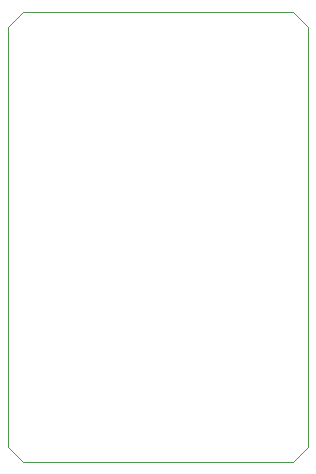
<source format=gbr>
%TF.GenerationSoftware,KiCad,Pcbnew,7.0.2*%
%TF.CreationDate,2024-04-07T07:20:39-07:00*%
%TF.ProjectId,MK-JackAdapter,4d4b2d4a-6163-46b4-9164-61707465722e,1.0*%
%TF.SameCoordinates,Original*%
%TF.FileFunction,Profile,NP*%
%FSLAX46Y46*%
G04 Gerber Fmt 4.6, Leading zero omitted, Abs format (unit mm)*
G04 Created by KiCad (PCBNEW 7.0.2) date 2024-04-07 07:20:39*
%MOMM*%
%LPD*%
G01*
G04 APERTURE LIST*
%TA.AperFunction,Profile*%
%ADD10C,0.100000*%
%TD*%
G04 APERTURE END LIST*
D10*
X102616000Y-93091000D02*
X125476000Y-93091000D01*
X101346000Y-94361000D02*
X101346000Y-129921000D01*
X101346000Y-94361000D02*
X102616000Y-93091000D01*
X125476000Y-93091000D02*
X126746000Y-94361000D01*
X126746000Y-94361000D02*
X126746000Y-129921000D01*
X125476000Y-131191000D02*
X126746000Y-129921000D01*
X102616000Y-131191000D02*
X101346000Y-129921000D01*
X125476000Y-131191000D02*
X102616000Y-131191000D01*
M02*

</source>
